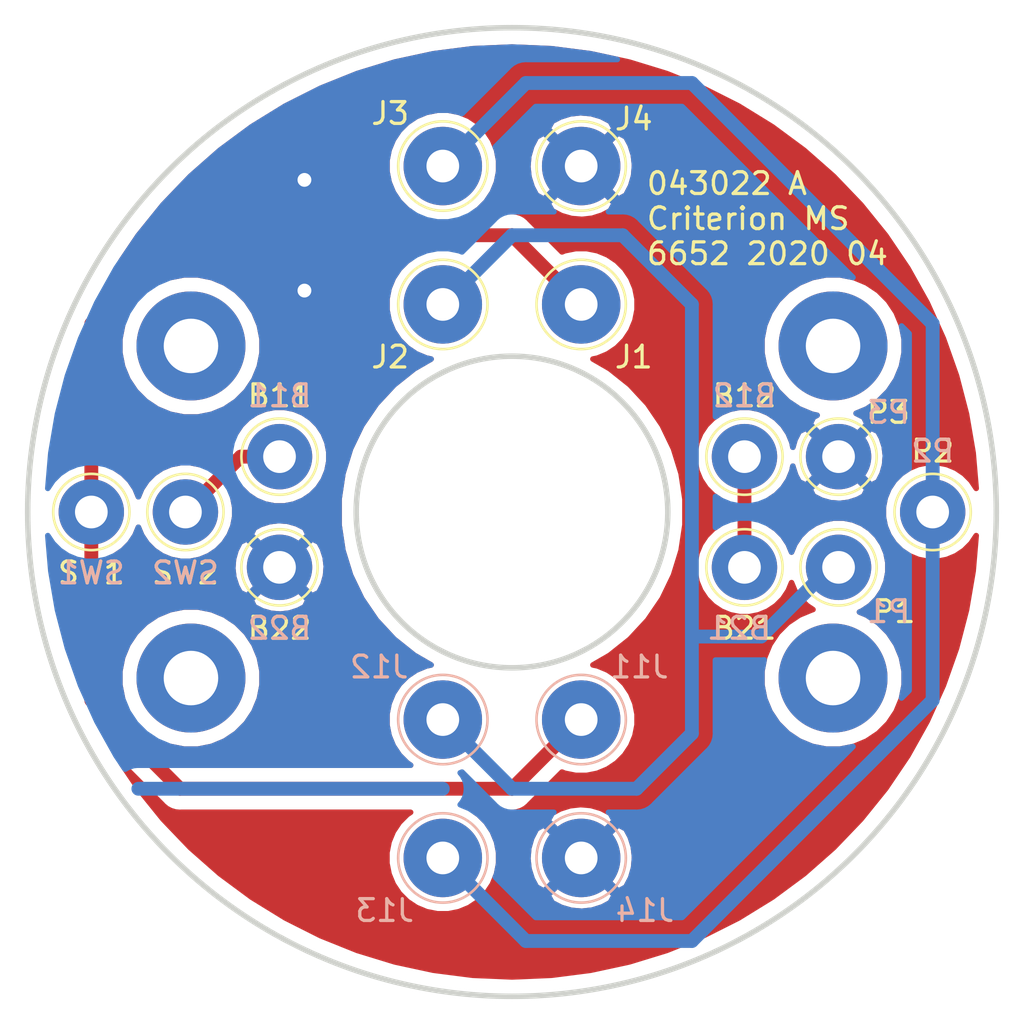
<source format=kicad_pcb>
(kicad_pcb (version 20171130) (host pcbnew 5.1.4+dfsg1-1)

  (general
    (thickness 1.6002)
    (drawings 17)
    (tracks 33)
    (zones 0)
    (modules 21)
    (nets 7)
  )

  (page A4)
  (title_block
    (title "IPSS Lower 043022")
    (date 2020-04-20)
    (rev A)
    (company Criterion)
    (comment 1 "Kevin Vermeer")
  )

  (layers
    (0 F.Cu signal)
    (31 B.Cu signal)
    (32 B.Adhes user)
    (33 F.Adhes user)
    (34 B.Paste user)
    (35 F.Paste user)
    (36 B.SilkS user)
    (37 F.SilkS user)
    (38 B.Mask user)
    (39 F.Mask user)
    (40 Dwgs.User user)
    (41 Cmts.User user)
    (42 Eco1.User user)
    (43 Eco2.User user)
    (44 Edge.Cuts user)
    (45 Margin user hide)
    (46 B.CrtYd user)
    (47 F.CrtYd user)
    (48 B.Fab user hide)
    (49 F.Fab user hide)
  )

  (setup
    (last_trace_width 0.254)
    (user_trace_width 0.1524)
    (user_trace_width 0.254)
    (user_trace_width 0.635)
    (trace_clearance 0.254)
    (zone_clearance 0.635)
    (zone_45_only no)
    (trace_min 0.1524)
    (via_size 0.635)
    (via_drill 0.381)
    (via_min_size 0.508)
    (via_min_drill 0.254)
    (user_via 0.508 0.254)
    (user_via 0.762 0.381)
    (user_via 1.27 0.635)
    (uvia_size 0.508)
    (uvia_drill 0.254)
    (uvias_allowed no)
    (uvia_min_size 0.508)
    (uvia_min_drill 0.254)
    (edge_width 0.05)
    (segment_width 0.2)
    (pcb_text_width 0.3)
    (pcb_text_size 1.5 1.5)
    (mod_edge_width 0.12)
    (mod_text_size 1 1)
    (mod_text_width 0.15)
    (pad_size 3.6 3.6)
    (pad_drill 1.5)
    (pad_to_mask_clearance 0.051)
    (solder_mask_min_width 0.25)
    (aux_axis_origin 152.4 101.6)
    (grid_origin 152.4 101.6)
    (visible_elements FFFFFF7F)
    (pcbplotparams
      (layerselection 0x010fc_ffffffff)
      (usegerberextensions false)
      (usegerberattributes false)
      (usegerberadvancedattributes false)
      (creategerberjobfile false)
      (excludeedgelayer true)
      (linewidth 0.100000)
      (plotframeref false)
      (viasonmask false)
      (mode 1)
      (useauxorigin false)
      (hpglpennumber 1)
      (hpglpenspeed 20)
      (hpglpendiameter 15.000000)
      (psnegative false)
      (psa4output false)
      (plotreference true)
      (plotvalue true)
      (plotinvisibletext false)
      (padsonsilk false)
      (subtractmaskfromsilk false)
      (outputformat 1)
      (mirror false)
      (drillshape 1)
      (scaleselection 1)
      (outputdirectory ""))
  )

  (net 0 "")
  (net 1 VBATT)
  (net 2 GND)
  (net 3 Prox_18V)
  (net 4 Prox_Signal)
  (net 5 /SW2_B11)
  (net 6 /B12_B21)

  (net_class Default "This is the default net class."
    (clearance 0.254)
    (trace_width 0.254)
    (via_dia 0.635)
    (via_drill 0.381)
    (uvia_dia 0.508)
    (uvia_drill 0.254)
    (diff_pair_width 0.254)
    (diff_pair_gap 0.254)
    (add_net /B12_B21)
    (add_net /SW2_B11)
    (add_net GND)
    (add_net Prox_18V)
    (add_net Prox_Signal)
    (add_net VBATT)
  )

  (net_class Minimum ""
    (clearance 0.1524)
    (trace_width 0.1524)
    (via_dia 0.508)
    (via_drill 0.254)
    (uvia_dia 0.508)
    (uvia_drill 0.254)
    (diff_pair_width 0.1524)
    (diff_pair_gap 0.1524)
  )

  (net_class Power ""
    (clearance 0.635)
    (trace_width 0.635)
    (via_dia 1.27)
    (via_drill 0.635)
    (uvia_dia 0.508)
    (uvia_drill 0.254)
    (diff_pair_width 0.635)
    (diff_pair_gap 0.635)
  )

  (module 0926-1-15-20-75-14-11-0:1946_or_S70-332 (layer B.Cu) (tedit 5E9E0C39) (tstamp 5E9E158B)
    (at 155.575 117.475)
    (descr "THT pad as test Point, diameter 3.0mm, hole diameter 1.5mm")
    (tags "test point THT pad")
    (path /5E9EE5E8)
    (attr virtual)
    (fp_text reference J14 (at 2.921 2.413) (layer B.SilkS)
      (effects (font (size 1 1) (thickness 0.15)) (justify mirror))
    )
    (fp_text value 0926-1-15-20-75-14-11-0 (at 0 -2.55) (layer B.Fab)
      (effects (font (size 1 1) (thickness 0.15)) (justify mirror))
    )
    (fp_text user %R (at 0 2.4) (layer B.Fab)
      (effects (font (size 1 1) (thickness 0.15)) (justify mirror))
    )
    (fp_circle (center 0 0) (end 2.2 0) (layer B.CrtYd) (width 0.05))
    (fp_circle (center 0 0) (end 2.05 0) (layer B.SilkS) (width 0.12))
    (pad 1 thru_hole circle (at 0 0) (size 3.6 3.6) (drill 1.5) (layers *.Cu *.Mask)
      (net 2 GND))
  )

  (module 0926-1-15-20-75-14-11-0:1946_or_S70-332 (layer B.Cu) (tedit 5E9E0C39) (tstamp 5E9E1583)
    (at 149.225 117.475)
    (descr "THT pad as test Point, diameter 3.0mm, hole diameter 1.5mm")
    (tags "test point THT pad")
    (path /5E9ED775)
    (attr virtual)
    (fp_text reference J13 (at -2.667 2.413) (layer B.SilkS)
      (effects (font (size 1 1) (thickness 0.15)) (justify mirror))
    )
    (fp_text value 0926-1-15-20-75-14-11-0 (at 0 -2.55) (layer B.Fab)
      (effects (font (size 1 1) (thickness 0.15)) (justify mirror))
    )
    (fp_text user %R (at 0 2.4) (layer B.Fab)
      (effects (font (size 1 1) (thickness 0.15)) (justify mirror))
    )
    (fp_circle (center 0 0) (end 2.2 0) (layer B.CrtYd) (width 0.05))
    (fp_circle (center 0 0) (end 2.05 0) (layer B.SilkS) (width 0.12))
    (pad 1 thru_hole circle (at 0 0) (size 3.6 3.6) (drill 1.5) (layers *.Cu *.Mask)
      (net 4 Prox_Signal))
  )

  (module 0926-1-15-20-75-14-11-0:1946_or_S70-332 (layer B.Cu) (tedit 5E9E0C39) (tstamp 5E9E3594)
    (at 149.225 111.125)
    (descr "THT pad as test Point, diameter 3.0mm, hole diameter 1.5mm")
    (tags "test point THT pad")
    (path /5E9ED262)
    (attr virtual)
    (fp_text reference J12 (at -2.921 -2.413) (layer B.SilkS)
      (effects (font (size 1 1) (thickness 0.15)) (justify mirror))
    )
    (fp_text value 0926-1-15-20-75-14-11-0 (at 0 -2.55) (layer B.Fab)
      (effects (font (size 1 1) (thickness 0.15)) (justify mirror))
    )
    (fp_text user %R (at 0 2.4) (layer B.Fab)
      (effects (font (size 1 1) (thickness 0.15)) (justify mirror))
    )
    (fp_circle (center 0 0) (end 2.2 0) (layer B.CrtYd) (width 0.05))
    (fp_circle (center 0 0) (end 2.05 0) (layer B.SilkS) (width 0.12))
    (pad 1 thru_hole circle (at 0 0) (size 3.6 3.6) (drill 1.5) (layers *.Cu *.Mask)
      (net 3 Prox_18V))
  )

  (module 0926-1-15-20-75-14-11-0:1946_or_S70-332 (layer B.Cu) (tedit 5E9E0C39) (tstamp 5E9E1573)
    (at 155.575 111.125)
    (descr "THT pad as test Point, diameter 3.0mm, hole diameter 1.5mm")
    (tags "test point THT pad")
    (path /5E9EC671)
    (attr virtual)
    (fp_text reference J11 (at 2.667 -2.413) (layer B.SilkS)
      (effects (font (size 1 1) (thickness 0.15)) (justify mirror))
    )
    (fp_text value 0926-1-15-20-75-14-11-0 (at 0 -2.55) (layer B.Fab)
      (effects (font (size 1 1) (thickness 0.15)) (justify mirror))
    )
    (fp_text user %R (at 0 2.4) (layer B.Fab)
      (effects (font (size 1 1) (thickness 0.15)) (justify mirror))
    )
    (fp_circle (center 0 0) (end 2.2 0) (layer B.CrtYd) (width 0.05))
    (fp_circle (center 0 0) (end 2.05 0) (layer B.SilkS) (width 0.12))
    (pad 1 thru_hole circle (at 0 0) (size 3.6 3.6) (drill 1.5) (layers *.Cu *.Mask)
      (net 1 VBATT))
  )

  (module 0926-1-15-20-75-14-11-0:1946_or_S70-332 (layer F.Cu) (tedit 5E9E0C39) (tstamp 5E9E0E9A)
    (at 155.575 85.725)
    (descr "THT pad as test Point, diameter 3.0mm, hole diameter 1.5mm")
    (tags "test point THT pad")
    (path /5EAFB1FA)
    (attr virtual)
    (fp_text reference J4 (at 2.413 -2.159) (layer F.SilkS)
      (effects (font (size 1 1) (thickness 0.15)))
    )
    (fp_text value 0926-1-15-20-75-14-11-0 (at 0 2.55) (layer F.Fab)
      (effects (font (size 1 1) (thickness 0.15)))
    )
    (fp_text user %R (at 0 -2.4) (layer F.Fab)
      (effects (font (size 1 1) (thickness 0.15)))
    )
    (fp_circle (center 0 0) (end 2.2 0) (layer F.CrtYd) (width 0.05))
    (fp_circle (center 0 0) (end 2.05 0) (layer F.SilkS) (width 0.12))
    (pad 1 thru_hole circle (at 0 0) (size 3.6 3.6) (drill 1.5) (layers *.Cu *.Mask)
      (net 2 GND))
  )

  (module 0926-1-15-20-75-14-11-0:1946_or_S70-332 (layer F.Cu) (tedit 5E9E0C39) (tstamp 5E97A2A9)
    (at 149.225 85.725)
    (descr "THT pad as test Point, diameter 3.0mm, hole diameter 1.5mm")
    (tags "test point THT pad")
    (path /5EAFAC1D)
    (attr virtual)
    (fp_text reference J3 (at -2.413 -2.413) (layer F.SilkS)
      (effects (font (size 1 1) (thickness 0.15)))
    )
    (fp_text value 0926-1-15-20-75-14-11-0 (at 0 2.55) (layer F.Fab)
      (effects (font (size 1 1) (thickness 0.15)))
    )
    (fp_text user %R (at 0 -2.4) (layer F.Fab)
      (effects (font (size 1 1) (thickness 0.15)))
    )
    (fp_circle (center 0 0) (end 2.2 0) (layer F.CrtYd) (width 0.05))
    (fp_circle (center 0 0) (end 2.05 0) (layer F.SilkS) (width 0.12))
    (pad 1 thru_hole circle (at 0 0) (size 3.6 3.6) (drill 1.5) (layers *.Cu *.Mask)
      (net 4 Prox_Signal))
  )

  (module 0926-1-15-20-75-14-11-0:1946_or_S70-332 (layer F.Cu) (tedit 5E9E0C39) (tstamp 5E973777)
    (at 149.225 92.075)
    (descr "THT pad as test Point, diameter 3.0mm, hole diameter 1.5mm")
    (tags "test point THT pad")
    (path /5EAFAA50)
    (attr virtual)
    (fp_text reference J2 (at -2.413 2.413) (layer F.SilkS)
      (effects (font (size 1 1) (thickness 0.15)))
    )
    (fp_text value 0926-1-15-20-75-14-11-0 (at 0 2.55) (layer F.Fab)
      (effects (font (size 1 1) (thickness 0.15)))
    )
    (fp_text user %R (at 0 -2.4) (layer F.Fab)
      (effects (font (size 1 1) (thickness 0.15)))
    )
    (fp_circle (center 0 0) (end 2.2 0) (layer F.CrtYd) (width 0.05))
    (fp_circle (center 0 0) (end 2.05 0) (layer F.SilkS) (width 0.12))
    (pad 1 thru_hole circle (at 0 0) (size 3.6 3.6) (drill 1.5) (layers *.Cu *.Mask)
      (net 3 Prox_18V))
  )

  (module 0926-1-15-20-75-14-11-0:1946_or_S70-332 (layer F.Cu) (tedit 5E9E0C39) (tstamp 5E97A299)
    (at 155.575 92.075)
    (descr "THT pad as test Point, diameter 3.0mm, hole diameter 1.5mm")
    (tags "test point THT pad")
    (path /5EAFA2F5)
    (attr virtual)
    (fp_text reference J1 (at 2.413 2.413) (layer F.SilkS)
      (effects (font (size 1 1) (thickness 0.15)))
    )
    (fp_text value 0926-1-15-20-75-14-11-0 (at 0 2.55) (layer F.Fab)
      (effects (font (size 1 1) (thickness 0.15)))
    )
    (fp_text user %R (at 0 -2.4) (layer F.Fab)
      (effects (font (size 1 1) (thickness 0.15)))
    )
    (fp_circle (center 0 0) (end 2.2 0) (layer F.CrtYd) (width 0.05))
    (fp_circle (center 0 0) (end 2.05 0) (layer F.SilkS) (width 0.12))
    (pad 1 thru_hole circle (at 0 0) (size 3.6 3.6) (drill 1.5) (layers *.Cu *.Mask)
      (net 1 VBATT))
  )

  (module TestPoint:TestPoint_THTPad_D3.0mm_Drill1.5mm (layer F.Cu) (tedit 5A0F774F) (tstamp 5E974CDA)
    (at 141.732 99.06)
    (descr "THT pad as test Point, diameter 3.0mm, hole diameter 1.5mm")
    (tags "test point THT pad")
    (path /5E97DB17)
    (attr virtual)
    (fp_text reference B11 (at 0 -2.794 180) (layer F.SilkS)
      (effects (font (size 1 1) (thickness 0.15)))
    )
    (fp_text value MountingHole_Pad (at 0 2.55) (layer F.Fab) hide
      (effects (font (size 1 1) (thickness 0.15)))
    )
    (fp_text user %R (at 1.905 -4.445) (layer F.Fab)
      (effects (font (size 1 1) (thickness 0.15)))
    )
    (fp_circle (center 0 0) (end 2 0) (layer F.CrtYd) (width 0.05))
    (fp_circle (center 0 0) (end 0 1.75) (layer F.SilkS) (width 0.12))
    (pad 1 thru_hole circle (at 0 0) (size 3 3) (drill 1.5) (layers *.Cu *.Mask)
      (net 5 /SW2_B11))
  )

  (module TestPoint:TestPoint_THTPad_D3.0mm_Drill1.5mm (layer F.Cu) (tedit 5A0F774F) (tstamp 5E9742A8)
    (at 167.386 99.06)
    (descr "THT pad as test Point, diameter 3.0mm, hole diameter 1.5mm")
    (tags "test point THT pad")
    (path /5E987223)
    (attr virtual)
    (fp_text reference P3 (at 2.286 -2.032 180) (layer F.SilkS)
      (effects (font (size 1 1) (thickness 0.15)))
    )
    (fp_text value MountingHole_Pad (at 0 2.55) (layer F.Fab) hide
      (effects (font (size 1 1) (thickness 0.15)))
    )
    (fp_circle (center 0 0) (end 0 1.75) (layer F.SilkS) (width 0.12))
    (fp_circle (center 0 0) (end 2 0) (layer F.CrtYd) (width 0.05))
    (fp_text user %R (at 0 -2.4) (layer F.Fab)
      (effects (font (size 1 1) (thickness 0.15)))
    )
    (pad 1 thru_hole circle (at 0 0) (size 3 3) (drill 1.5) (layers *.Cu *.Mask)
      (net 2 GND))
  )

  (module TestPoint:TestPoint_THTPad_D3.0mm_Drill1.5mm (layer F.Cu) (tedit 5A0F774F) (tstamp 5E9742A0)
    (at 171.704 101.6)
    (descr "THT pad as test Point, diameter 3.0mm, hole diameter 1.5mm")
    (tags "test point THT pad")
    (path /5E986E6E)
    (attr virtual)
    (fp_text reference P2 (at 0 -2.794 180) (layer F.SilkS)
      (effects (font (size 1 1) (thickness 0.15)))
    )
    (fp_text value MountingHole_Pad (at 0 2.55) (layer F.Fab) hide
      (effects (font (size 1 1) (thickness 0.15)))
    )
    (fp_circle (center 0 0) (end 0 1.75) (layer F.SilkS) (width 0.12))
    (fp_circle (center 0 0) (end 2 0) (layer F.CrtYd) (width 0.05))
    (fp_text user %R (at 0 -2.4) (layer F.Fab)
      (effects (font (size 1 1) (thickness 0.15)))
    )
    (pad 1 thru_hole circle (at 0 0) (size 3 3) (drill 1.5) (layers *.Cu *.Mask)
      (net 4 Prox_Signal))
  )

  (module TestPoint:TestPoint_THTPad_D3.0mm_Drill1.5mm (layer F.Cu) (tedit 5A0F774F) (tstamp 5E974E23)
    (at 167.386 104.14)
    (descr "THT pad as test Point, diameter 3.0mm, hole diameter 1.5mm")
    (tags "test point THT pad")
    (path /5E986E68)
    (attr virtual)
    (fp_text reference P1 (at 2.54 2.032 180) (layer F.SilkS)
      (effects (font (size 1 1) (thickness 0.15)))
    )
    (fp_text value MountingHole_Pad (at 0 2.55) (layer F.Fab) hide
      (effects (font (size 1 1) (thickness 0.15)))
    )
    (fp_circle (center 0 0) (end 0 1.75) (layer F.SilkS) (width 0.12))
    (fp_circle (center 0 0) (end 2 0) (layer F.CrtYd) (width 0.05))
    (fp_text user %R (at 0 -2.4) (layer F.Fab)
      (effects (font (size 1 1) (thickness 0.15)))
    )
    (pad 1 thru_hole circle (at 0 0) (size 3 3) (drill 1.5) (layers *.Cu *.Mask)
      (net 3 Prox_18V))
  )

  (module TestPoint:TestPoint_THTPad_D3.0mm_Drill1.5mm (layer F.Cu) (tedit 5A0F774F) (tstamp 5E974A3B)
    (at 141.732 104.14)
    (descr "THT pad as test Point, diameter 3.0mm, hole diameter 1.5mm")
    (tags "test point THT pad")
    (path /5E98603E)
    (attr virtual)
    (fp_text reference B22 (at 0 2.794 180) (layer F.SilkS)
      (effects (font (size 1 1) (thickness 0.15)))
    )
    (fp_text value MountingHole_Pad (at 0 2.55) (layer F.Fab) hide
      (effects (font (size 1 1) (thickness 0.15)))
    )
    (fp_circle (center 0 0) (end 0 1.75) (layer F.SilkS) (width 0.12))
    (fp_circle (center 0 0) (end 2 0) (layer F.CrtYd) (width 0.05))
    (fp_text user %R (at 0 -2.4) (layer F.Fab)
      (effects (font (size 1 1) (thickness 0.15)))
    )
    (pad 1 thru_hole circle (at 0 0) (size 3 3) (drill 1.5) (layers *.Cu *.Mask)
      (net 2 GND))
  )

  (module TestPoint:TestPoint_THTPad_D3.0mm_Drill1.5mm (layer F.Cu) (tedit 5A0F774F) (tstamp 5E974A50)
    (at 163.068 104.14)
    (descr "THT pad as test Point, diameter 3.0mm, hole diameter 1.5mm")
    (tags "test point THT pad")
    (path /5E986038)
    (attr virtual)
    (fp_text reference B21 (at 0 2.794 180) (layer F.SilkS)
      (effects (font (size 1 1) (thickness 0.15)))
    )
    (fp_text value MountingHole_Pad (at 0 2.55) (layer F.Fab) hide
      (effects (font (size 1 1) (thickness 0.15)))
    )
    (fp_circle (center 0 0) (end 0 1.75) (layer F.SilkS) (width 0.12))
    (fp_circle (center 0 0) (end 2 0) (layer F.CrtYd) (width 0.05))
    (fp_text user %R (at 0 -2.4) (layer F.Fab)
      (effects (font (size 1 1) (thickness 0.15)))
    )
    (pad 1 thru_hole circle (at 0 0) (size 3 3) (drill 1.5) (layers *.Cu *.Mask)
      (net 6 /B12_B21))
  )

  (module TestPoint:TestPoint_THTPad_D3.0mm_Drill1.5mm (layer F.Cu) (tedit 5A0F774F) (tstamp 5E974799)
    (at 163.068 99.06)
    (descr "THT pad as test Point, diameter 3.0mm, hole diameter 1.5mm")
    (tags "test point THT pad")
    (path /5E982BF0)
    (attr virtual)
    (fp_text reference B12 (at 0 -2.794 180) (layer F.SilkS)
      (effects (font (size 1 1) (thickness 0.15)))
    )
    (fp_text value MountingHole_Pad (at 0 2.55) (layer F.Fab) hide
      (effects (font (size 1 1) (thickness 0.15)))
    )
    (fp_circle (center 0 0) (end 0 1.75) (layer F.SilkS) (width 0.12))
    (fp_circle (center 0 0) (end 2 0) (layer F.CrtYd) (width 0.05))
    (fp_text user %R (at 0 -2.4) (layer F.Fab)
      (effects (font (size 1 1) (thickness 0.15)))
    )
    (pad 1 thru_hole circle (at 0 0) (size 3 3) (drill 1.5) (layers *.Cu *.Mask)
      (net 6 /B12_B21))
  )

  (module TestPoint:TestPoint_THTPad_D3.0mm_Drill1.5mm (layer F.Cu) (tedit 5A0F774F) (tstamp 5E974530)
    (at 137.414 101.6 90)
    (descr "THT pad as test Point, diameter 3.0mm, hole diameter 1.5mm")
    (tags "test point THT pad")
    (path /5E97D844)
    (attr virtual)
    (fp_text reference SW2 (at -2.794 0) (layer F.SilkS)
      (effects (font (size 1 1) (thickness 0.15)))
    )
    (fp_text value MountingHole_Pad (at 0 2.55 90) (layer F.Fab) hide
      (effects (font (size 1 1) (thickness 0.15)))
    )
    (fp_circle (center 0 0) (end 0 1.75) (layer F.SilkS) (width 0.12))
    (fp_circle (center 0 0) (end 2 0) (layer F.CrtYd) (width 0.05))
    (fp_text user %R (at 0 -2.4 90) (layer F.Fab)
      (effects (font (size 1 1) (thickness 0.15)))
    )
    (pad 1 thru_hole circle (at 0 0 90) (size 3 3) (drill 1.5) (layers *.Cu *.Mask)
      (net 5 /SW2_B11))
  )

  (module TestPoint:TestPoint_THTPad_D3.0mm_Drill1.5mm (layer F.Cu) (tedit 5A0F774F) (tstamp 5E9B96F5)
    (at 133.096 101.6 90)
    (descr "THT pad as test Point, diameter 3.0mm, hole diameter 1.5mm")
    (tags "test point THT pad")
    (path /5E97D1E1)
    (attr virtual)
    (fp_text reference SW1 (at -2.794 0) (layer F.SilkS)
      (effects (font (size 1 1) (thickness 0.15)))
    )
    (fp_text value MountingHole_Pad (at 0 2.55 90) (layer F.Fab) hide
      (effects (font (size 1 1) (thickness 0.15)))
    )
    (fp_circle (center 0 0) (end 0 1.75) (layer F.SilkS) (width 0.12))
    (fp_circle (center 0 0) (end 2 0) (layer F.CrtYd) (width 0.05))
    (fp_text user %R (at 0 -2.4 90) (layer F.Fab)
      (effects (font (size 1 1) (thickness 0.15)))
    )
    (pad 1 thru_hole circle (at 0 0 90) (size 3 3) (drill 1.5) (layers *.Cu *.Mask)
      (net 1 VBATT))
  )

  (module MountingHole:MountingHole_2.5mm_Pad (layer B.Cu) (tedit 56D1B4CB) (tstamp 5E97A281)
    (at 137.668 109.22)
    (descr "Mounting Hole 2.5mm")
    (tags "mounting hole 2.5mm")
    (path /5EB002A3)
    (attr virtual)
    (fp_text reference H2 (at 0 3.5) (layer B.SilkS) hide
      (effects (font (size 1 1) (thickness 0.15)) (justify mirror))
    )
    (fp_text value MountingHole (at 0 -3.5) (layer B.Fab) hide
      (effects (font (size 1 1) (thickness 0.15)) (justify mirror))
    )
    (fp_circle (center 0 0) (end 2.75 0) (layer B.CrtYd) (width 0.05))
    (fp_circle (center 0 0) (end 2.5 0) (layer Cmts.User) (width 0.15))
    (fp_text user %R (at 0.3 0) (layer B.Fab)
      (effects (font (size 1 1) (thickness 0.15)) (justify mirror))
    )
    (pad 1 thru_hole circle (at 0 0) (size 5 5) (drill 2.5) (layers *.Cu *.Mask))
  )

  (module MountingHole:MountingHole_2.5mm_Pad (layer B.Cu) (tedit 56D1B4CB) (tstamp 5E97A279)
    (at 137.668 93.98)
    (descr "Mounting Hole 2.5mm")
    (tags "mounting hole 2.5mm")
    (path /5EAFF0B7)
    (attr virtual)
    (fp_text reference H1 (at 0 3.5) (layer B.SilkS) hide
      (effects (font (size 1 1) (thickness 0.15)) (justify mirror))
    )
    (fp_text value MountingHole (at 0 -3.5) (layer B.Fab) hide
      (effects (font (size 1 1) (thickness 0.15)) (justify mirror))
    )
    (fp_circle (center 0 0) (end 2.75 0) (layer B.CrtYd) (width 0.05))
    (fp_circle (center 0 0) (end 2.5 0) (layer Cmts.User) (width 0.15))
    (fp_text user %R (at 0.3 0) (layer B.Fab)
      (effects (font (size 1 1) (thickness 0.15)) (justify mirror))
    )
    (pad 1 thru_hole circle (at 0 0) (size 5 5) (drill 2.5) (layers *.Cu *.Mask))
  )

  (module MountingHole:MountingHole_2.5mm_Pad (layer F.Cu) (tedit 56D1B4CB) (tstamp 5E97A291)
    (at 167.132 93.98)
    (descr "Mounting Hole 2.5mm")
    (tags "mounting hole 2.5mm")
    (path /5EB00615)
    (attr virtual)
    (fp_text reference H4 (at 0 -3.5) (layer F.SilkS) hide
      (effects (font (size 1 1) (thickness 0.15)))
    )
    (fp_text value MountingHole (at 0 3.5) (layer F.Fab) hide
      (effects (font (size 1 1) (thickness 0.15)))
    )
    (fp_circle (center 0 0) (end 2.75 0) (layer F.CrtYd) (width 0.05))
    (fp_circle (center 0 0) (end 2.5 0) (layer Cmts.User) (width 0.15))
    (fp_text user %R (at 0.3 0) (layer F.Fab)
      (effects (font (size 1 1) (thickness 0.15)))
    )
    (pad 1 thru_hole circle (at 0 0) (size 5 5) (drill 2.5) (layers *.Cu *.Mask))
  )

  (module MountingHole:MountingHole_2.5mm_Pad (layer F.Cu) (tedit 56D1B4CB) (tstamp 5E97A289)
    (at 167.132 109.22)
    (descr "Mounting Hole 2.5mm")
    (tags "mounting hole 2.5mm")
    (path /5EB004AC)
    (attr virtual)
    (fp_text reference H3 (at 0 -3.5) (layer F.SilkS) hide
      (effects (font (size 1 1) (thickness 0.15)))
    )
    (fp_text value MountingHole (at 0 3.5) (layer F.Fab) hide
      (effects (font (size 1 1) (thickness 0.15)))
    )
    (fp_circle (center 0 0) (end 2.75 0) (layer F.CrtYd) (width 0.05))
    (fp_circle (center 0 0) (end 2.5 0) (layer Cmts.User) (width 0.15))
    (fp_text user %R (at 0.3 0) (layer F.Fab)
      (effects (font (size 1 1) (thickness 0.15)))
    )
    (pad 1 thru_hole circle (at 0 0) (size 5 5) (drill 2.5) (layers *.Cu *.Mask))
  )

  (gr_line (start 135.255 114.3) (end 149.225 114.3) (layer B.Cu) (width 0.635))
  (gr_text P2 (at 171.704 98.806) (layer B.SilkS)
    (effects (font (size 1 1) (thickness 0.15)) (justify mirror))
  )
  (gr_text P3 (at 169.672 97.028) (layer B.SilkS)
    (effects (font (size 1 1) (thickness 0.15)) (justify mirror))
  )
  (gr_text P1 (at 169.672 106.172) (layer B.SilkS)
    (effects (font (size 1 1) (thickness 0.15)) (justify mirror))
  )
  (gr_text B21 (at 162.814 106.934) (layer B.SilkS)
    (effects (font (size 1 1) (thickness 0.15)) (justify mirror))
  )
  (gr_text B12 (at 163.068 96.266) (layer B.SilkS)
    (effects (font (size 1 1) (thickness 0.15)) (justify mirror))
  )
  (gr_text B11 (at 141.732 96.266) (layer B.SilkS)
    (effects (font (size 1 1) (thickness 0.15)) (justify mirror))
  )
  (gr_text B22 (at 141.732 106.934) (layer B.SilkS)
    (effects (font (size 1 1) (thickness 0.15)) (justify mirror))
  )
  (gr_text SW2 (at 137.414 104.394) (layer B.SilkS)
    (effects (font (size 1 1) (thickness 0.15)) (justify mirror))
  )
  (gr_text SW1 (at 133.096 104.394) (layer B.SilkS)
    (effects (font (size 1 1) (thickness 0.15)) (justify mirror))
  )
  (gr_text "043022 A\nCriterion MS\n6652 2020 04" (at 158.496 88.138) (layer F.SilkS)
    (effects (font (size 1 1) (thickness 0.15)) (justify left))
  )
  (gr_circle (center 152.4 101.6) (end 159.5501 101.6) (layer Edge.Cuts) (width 0.254) (tstamp 5E9E1621))
  (gr_circle (center 152.4 101.6) (end 174.625 101.6) (layer Edge.Cuts) (width 0.254))
  (gr_line (start 152.4 101.6) (end 154.94 101.6) (layer F.Fab) (width 0.12))
  (gr_line (start 152.4 101.6) (end 152.4 104.14) (layer F.Fab) (width 0.12))
  (gr_line (start 152.4 101.6) (end 149.86 101.6) (layer F.Fab) (width 0.12))
  (gr_line (start 152.4 101.6) (end 152.4 99.06) (layer F.Fab) (width 0.12))

  (segment (start 133.096 101.6) (end 133.096 92.964) (width 0.635) (layer F.Cu) (net 1))
  (segment (start 133.096 92.964) (end 137.16 88.9) (width 0.635) (layer F.Cu) (net 1))
  (segment (start 152.4 88.9) (end 155.575 92.075) (width 0.635) (layer F.Cu) (net 1))
  (segment (start 137.16 88.9) (end 152.4 88.9) (width 0.635) (layer F.Cu) (net 1))
  (segment (start 133.096 101.6) (end 133.096 110.236) (width 0.635) (layer F.Cu) (net 1))
  (segment (start 133.096 110.236) (end 137.16 114.3) (width 0.635) (layer F.Cu) (net 1))
  (segment (start 152.4 114.3) (end 155.575 111.125) (width 0.635) (layer F.Cu) (net 1))
  (segment (start 137.16 114.3) (end 152.4 114.3) (width 0.635) (layer F.Cu) (net 1))
  (via (at 142.875 86.36) (size 1.27) (drill 0.635) (layers F.Cu B.Cu) (net 2))
  (via (at 142.875 91.44) (size 1.27) (drill 0.635) (layers F.Cu B.Cu) (net 2))
  (segment (start 142.875 86.36) (end 142.875 91.44) (width 0.635) (layer B.Cu) (net 2))
  (segment (start 152.4 88.9) (end 149.225 92.075) (width 0.635) (layer B.Cu) (net 3))
  (segment (start 160.655 92.075) (end 157.48 88.9) (width 0.635) (layer B.Cu) (net 3))
  (segment (start 157.48 88.9) (end 152.4 88.9) (width 0.635) (layer B.Cu) (net 3))
  (segment (start 160.655 111.76) (end 158.115 114.3) (width 0.635) (layer B.Cu) (net 3))
  (segment (start 152.4 114.3) (end 149.225 111.125) (width 0.635) (layer B.Cu) (net 3))
  (segment (start 158.115 114.3) (end 152.4 114.3) (width 0.635) (layer B.Cu) (net 3))
  (segment (start 167.386 104.14) (end 167.005 104.14) (width 0.635) (layer B.Cu) (net 3))
  (segment (start 167.005 104.14) (end 163.83 107.315) (width 0.635) (layer B.Cu) (net 3))
  (segment (start 163.83 107.315) (end 160.655 107.315) (width 0.635) (layer B.Cu) (net 3))
  (segment (start 160.655 107.315) (end 160.655 111.76) (width 0.635) (layer B.Cu) (net 3))
  (segment (start 160.655 92.075) (end 160.655 107.315) (width 0.635) (layer B.Cu) (net 3))
  (segment (start 171.704 92.964) (end 171.704 101.6) (width 0.635) (layer B.Cu) (net 4))
  (segment (start 149.225 85.725) (end 153.035 81.915) (width 0.635) (layer B.Cu) (net 4))
  (segment (start 160.655 81.915) (end 171.704 92.964) (width 0.635) (layer B.Cu) (net 4))
  (segment (start 153.035 81.915) (end 160.655 81.915) (width 0.635) (layer B.Cu) (net 4))
  (segment (start 149.225 117.475) (end 153.035 121.285) (width 0.635) (layer B.Cu) (net 4))
  (segment (start 153.035 121.285) (end 160.655 121.285) (width 0.635) (layer B.Cu) (net 4))
  (segment (start 171.704 110.236) (end 171.704 101.6) (width 0.635) (layer B.Cu) (net 4))
  (segment (start 160.655 121.285) (end 171.704 110.236) (width 0.635) (layer B.Cu) (net 4))
  (segment (start 139.954 99.06) (end 137.414 101.6) (width 0.635) (layer F.Cu) (net 5))
  (segment (start 141.732 99.06) (end 139.954 99.06) (width 0.635) (layer F.Cu) (net 5))
  (segment (start 163.068 99.06) (end 163.068 104.14) (width 0.635) (layer F.Cu) (net 6))

  (zone (net 2) (net_name GND) (layer F.Cu) (tstamp 0) (hatch edge 0.508)
    (connect_pads (clearance 0.635))
    (min_thickness 0.254)
    (fill yes (arc_segments 32) (thermal_gap 0.508) (thermal_bridge_width 0.508))
    (polygon
      (pts
        (xy 175.26 101.6) (xy 175.26 78.74) (xy 129.54 78.74) (xy 129.54 124.46) (xy 175.26 124.46)
      )
    )
    (filled_polygon
      (pts
        (xy 154.209419 80.340863) (xy 156.005802 80.570899) (xy 157.776204 80.95245) (xy 159.507871 81.482767) (xy 161.188325 82.158029)
        (xy 162.805459 82.973371) (xy 164.347622 83.922918) (xy 165.803702 84.999829) (xy 167.163208 86.196345) (xy 168.416344 87.503844)
        (xy 169.554083 88.912907) (xy 170.568226 90.41338) (xy 171.451466 91.994453) (xy 172.19744 93.644734) (xy 172.800773 95.352333)
        (xy 173.257119 97.104947) (xy 173.563188 98.889948) (xy 173.701791 100.518412) (xy 173.46101 100.158059) (xy 173.145941 99.84299)
        (xy 172.775459 99.595441) (xy 172.363801 99.424927) (xy 171.926788 99.338) (xy 171.481212 99.338) (xy 171.044199 99.424927)
        (xy 170.632541 99.595441) (xy 170.262059 99.84299) (xy 169.94699 100.158059) (xy 169.699441 100.528541) (xy 169.528927 100.940199)
        (xy 169.442 101.377212) (xy 169.442 101.822788) (xy 169.528927 102.259801) (xy 169.699441 102.671459) (xy 169.94699 103.041941)
        (xy 170.262059 103.35701) (xy 170.632541 103.604559) (xy 171.044199 103.775073) (xy 171.481212 103.862) (xy 171.926788 103.862)
        (xy 172.363801 103.775073) (xy 172.775459 103.604559) (xy 173.145941 103.35701) (xy 173.46101 103.041941) (xy 173.701791 102.681588)
        (xy 173.563188 104.310052) (xy 173.257119 106.095053) (xy 172.800773 107.847667) (xy 172.19744 109.555266) (xy 171.451466 111.205547)
        (xy 170.568226 112.78662) (xy 169.554083 114.287093) (xy 168.416344 115.696156) (xy 167.163208 117.003655) (xy 165.803702 118.200171)
        (xy 164.347622 119.277082) (xy 162.805459 120.226629) (xy 161.188325 121.041971) (xy 159.507871 121.717233) (xy 157.776204 122.24755)
        (xy 156.005802 122.629101) (xy 154.209419 122.859137) (xy 152.4 122.936) (xy 150.590581 122.859137) (xy 148.794198 122.629101)
        (xy 147.023796 122.24755) (xy 145.292129 121.717233) (xy 143.611675 121.041971) (xy 141.994541 120.226629) (xy 140.452378 119.277082)
        (xy 138.996298 118.200171) (xy 137.636792 117.003655) (xy 136.383656 115.696156) (xy 135.245917 114.287093) (xy 134.464903 113.131546)
        (xy 136.359178 115.025821) (xy 136.392985 115.067015) (xy 136.55736 115.201914) (xy 136.744894 115.302153) (xy 136.948381 115.36388)
        (xy 137.16 115.384723) (xy 137.213029 115.3795) (xy 147.749659 115.3795) (xy 147.59182 115.484965) (xy 147.234965 115.84182)
        (xy 146.954585 116.261438) (xy 146.761457 116.727692) (xy 146.663 117.222665) (xy 146.663 117.727335) (xy 146.761457 118.222308)
        (xy 146.954585 118.688562) (xy 147.234965 119.10818) (xy 147.59182 119.465035) (xy 148.011438 119.745415) (xy 148.477692 119.938543)
        (xy 148.972665 120.037) (xy 149.477335 120.037) (xy 149.972308 119.938543) (xy 150.438562 119.745415) (xy 150.85818 119.465035)
        (xy 151.143023 119.180192) (xy 154.049414 119.180192) (xy 154.241502 119.526469) (xy 154.667346 119.747203) (xy 155.128071 119.880618)
        (xy 155.605971 119.921585) (xy 156.082681 119.868532) (xy 156.539881 119.723498) (xy 156.908498 119.526469) (xy 157.100586 119.180192)
        (xy 155.575 117.654605) (xy 154.049414 119.180192) (xy 151.143023 119.180192) (xy 151.215035 119.10818) (xy 151.495415 118.688562)
        (xy 151.688543 118.222308) (xy 151.787 117.727335) (xy 151.787 117.505971) (xy 153.128415 117.505971) (xy 153.181468 117.982681)
        (xy 153.326502 118.439881) (xy 153.523531 118.808498) (xy 153.869808 119.000586) (xy 155.395395 117.475) (xy 155.754605 117.475)
        (xy 157.280192 119.000586) (xy 157.626469 118.808498) (xy 157.847203 118.382654) (xy 157.980618 117.921929) (xy 158.021585 117.444029)
        (xy 157.968532 116.967319) (xy 157.823498 116.510119) (xy 157.626469 116.141502) (xy 157.280192 115.949414) (xy 155.754605 117.475)
        (xy 155.395395 117.475) (xy 153.869808 115.949414) (xy 153.523531 116.141502) (xy 153.302797 116.567346) (xy 153.169382 117.028071)
        (xy 153.128415 117.505971) (xy 151.787 117.505971) (xy 151.787 117.222665) (xy 151.688543 116.727692) (xy 151.495415 116.261438)
        (xy 151.215035 115.84182) (xy 151.143023 115.769808) (xy 154.049414 115.769808) (xy 155.575 117.295395) (xy 157.100586 115.769808)
        (xy 156.908498 115.423531) (xy 156.482654 115.202797) (xy 156.021929 115.069382) (xy 155.544029 115.028415) (xy 155.067319 115.081468)
        (xy 154.610119 115.226502) (xy 154.241502 115.423531) (xy 154.049414 115.769808) (xy 151.143023 115.769808) (xy 150.85818 115.484965)
        (xy 150.700341 115.3795) (xy 152.346971 115.3795) (xy 152.4 115.384723) (xy 152.453029 115.3795) (xy 152.611619 115.36388)
        (xy 152.815106 115.302153) (xy 153.00264 115.201914) (xy 153.167015 115.067015) (xy 153.200827 115.025815) (xy 154.69363 113.533013)
        (xy 154.827692 113.588543) (xy 155.322665 113.687) (xy 155.827335 113.687) (xy 156.322308 113.588543) (xy 156.788562 113.395415)
        (xy 157.20818 113.115035) (xy 157.565035 112.75818) (xy 157.845415 112.338562) (xy 158.038543 111.872308) (xy 158.137 111.377335)
        (xy 158.137 110.872665) (xy 158.038543 110.377692) (xy 157.845415 109.911438) (xy 157.565035 109.49182) (xy 157.20818 109.134965)
        (xy 156.788562 108.854585) (xy 156.322308 108.661457) (xy 156.11152 108.619528) (xy 156.882394 108.174465) (xy 157.812202 107.432967)
        (xy 158.621111 106.561171) (xy 159.291051 105.57855) (xy 159.807056 104.507055) (xy 160.157599 103.370621) (xy 160.33485 102.194635)
        (xy 160.33485 101.005365) (xy 160.157599 99.829379) (xy 159.851557 98.837212) (xy 160.806 98.837212) (xy 160.806 99.282788)
        (xy 160.892927 99.719801) (xy 161.063441 100.131459) (xy 161.31099 100.501941) (xy 161.626059 100.81701) (xy 161.9885 101.059186)
        (xy 161.988501 102.140813) (xy 161.626059 102.38299) (xy 161.31099 102.698059) (xy 161.063441 103.068541) (xy 160.892927 103.480199)
        (xy 160.806 103.917212) (xy 160.806 104.362788) (xy 160.892927 104.799801) (xy 161.063441 105.211459) (xy 161.31099 105.581941)
        (xy 161.626059 105.89701) (xy 161.996541 106.144559) (xy 162.408199 106.315073) (xy 162.845212 106.402) (xy 163.290788 106.402)
        (xy 163.727801 106.315073) (xy 164.139459 106.144559) (xy 164.509941 105.89701) (xy 164.82501 105.581941) (xy 165.072559 105.211459)
        (xy 165.227 104.838605) (xy 165.381441 105.211459) (xy 165.62899 105.581941) (xy 165.944059 105.89701) (xy 166.213211 106.076852)
        (xy 166.18051 106.083357) (xy 165.586864 106.329253) (xy 165.052596 106.686239) (xy 164.598239 107.140596) (xy 164.241253 107.674864)
        (xy 163.995357 108.26851) (xy 163.87 108.898721) (xy 163.87 109.541279) (xy 163.995357 110.17149) (xy 164.241253 110.765136)
        (xy 164.598239 111.299404) (xy 165.052596 111.753761) (xy 165.586864 112.110747) (xy 166.18051 112.356643) (xy 166.810721 112.482)
        (xy 167.453279 112.482) (xy 168.08349 112.356643) (xy 168.677136 112.110747) (xy 169.211404 111.753761) (xy 169.665761 111.299404)
        (xy 170.022747 110.765136) (xy 170.268643 110.17149) (xy 170.394 109.541279) (xy 170.394 108.898721) (xy 170.268643 108.26851)
        (xy 170.022747 107.674864) (xy 169.665761 107.140596) (xy 169.211404 106.686239) (xy 168.677136 106.329253) (xy 168.344352 106.191409)
        (xy 168.457459 106.144559) (xy 168.827941 105.89701) (xy 169.14301 105.581941) (xy 169.390559 105.211459) (xy 169.561073 104.799801)
        (xy 169.648 104.362788) (xy 169.648 103.917212) (xy 169.561073 103.480199) (xy 169.390559 103.068541) (xy 169.14301 102.698059)
        (xy 168.827941 102.38299) (xy 168.457459 102.135441) (xy 168.045801 101.964927) (xy 167.608788 101.878) (xy 167.163212 101.878)
        (xy 166.726199 101.964927) (xy 166.314541 102.135441) (xy 165.944059 102.38299) (xy 165.62899 102.698059) (xy 165.381441 103.068541)
        (xy 165.227 103.441395) (xy 165.072559 103.068541) (xy 164.82501 102.698059) (xy 164.509941 102.38299) (xy 164.1475 102.140814)
        (xy 164.1475 101.059186) (xy 164.509941 100.81701) (xy 164.775298 100.551653) (xy 166.073952 100.551653) (xy 166.229962 100.867214)
        (xy 166.604745 101.05802) (xy 167.009551 101.172044) (xy 167.428824 101.204902) (xy 167.846451 101.155334) (xy 168.246383 101.025243)
        (xy 168.542038 100.867214) (xy 168.698048 100.551653) (xy 167.386 99.239605) (xy 166.073952 100.551653) (xy 164.775298 100.551653)
        (xy 164.82501 100.501941) (xy 165.072559 100.131459) (xy 165.243073 99.719801) (xy 165.287699 99.495451) (xy 165.290666 99.520451)
        (xy 165.420757 99.920383) (xy 165.578786 100.216038) (xy 165.894347 100.372048) (xy 167.206395 99.06) (xy 167.565605 99.06)
        (xy 168.877653 100.372048) (xy 169.193214 100.216038) (xy 169.38402 99.841255) (xy 169.498044 99.436449) (xy 169.530902 99.017176)
        (xy 169.481334 98.599549) (xy 169.351243 98.199617) (xy 169.193214 97.903962) (xy 168.877653 97.747952) (xy 167.565605 99.06)
        (xy 167.206395 99.06) (xy 165.894347 97.747952) (xy 165.578786 97.903962) (xy 165.38798 98.278745) (xy 165.288889 98.630535)
        (xy 165.243073 98.400199) (xy 165.072559 97.988541) (xy 164.82501 97.618059) (xy 164.509941 97.30299) (xy 164.139459 97.055441)
        (xy 163.727801 96.884927) (xy 163.290788 96.798) (xy 162.845212 96.798) (xy 162.408199 96.884927) (xy 161.996541 97.055441)
        (xy 161.626059 97.30299) (xy 161.31099 97.618059) (xy 161.063441 97.988541) (xy 160.892927 98.400199) (xy 160.806 98.837212)
        (xy 159.851557 98.837212) (xy 159.807056 98.692945) (xy 159.291051 97.62145) (xy 158.621111 96.638829) (xy 157.812202 95.767033)
        (xy 156.882394 95.025535) (xy 156.11152 94.580472) (xy 156.322308 94.538543) (xy 156.788562 94.345415) (xy 157.20818 94.065035)
        (xy 157.565035 93.70818) (xy 157.598082 93.658721) (xy 163.87 93.658721) (xy 163.87 94.301279) (xy 163.995357 94.93149)
        (xy 164.241253 95.525136) (xy 164.598239 96.059404) (xy 165.052596 96.513761) (xy 165.586864 96.870747) (xy 166.18051 97.116643)
        (xy 166.402178 97.160736) (xy 166.229962 97.252786) (xy 166.073952 97.568347) (xy 167.386 98.880395) (xy 168.698048 97.568347)
        (xy 168.542038 97.252786) (xy 168.18888 97.072989) (xy 168.677136 96.870747) (xy 169.211404 96.513761) (xy 169.665761 96.059404)
        (xy 170.022747 95.525136) (xy 170.268643 94.93149) (xy 170.394 94.301279) (xy 170.394 93.658721) (xy 170.268643 93.02851)
        (xy 170.022747 92.434864) (xy 169.665761 91.900596) (xy 169.211404 91.446239) (xy 168.677136 91.089253) (xy 168.08349 90.843357)
        (xy 167.453279 90.718) (xy 166.810721 90.718) (xy 166.18051 90.843357) (xy 165.586864 91.089253) (xy 165.052596 91.446239)
        (xy 164.598239 91.900596) (xy 164.241253 92.434864) (xy 163.995357 93.02851) (xy 163.87 93.658721) (xy 157.598082 93.658721)
        (xy 157.845415 93.288562) (xy 158.038543 92.822308) (xy 158.137 92.327335) (xy 158.137 91.822665) (xy 158.038543 91.327692)
        (xy 157.845415 90.861438) (xy 157.565035 90.44182) (xy 157.20818 90.084965) (xy 156.788562 89.804585) (xy 156.322308 89.611457)
        (xy 155.827335 89.513) (xy 155.322665 89.513) (xy 154.827692 89.611457) (xy 154.69363 89.666987) (xy 153.200827 88.174185)
        (xy 153.167015 88.132985) (xy 153.00264 87.998086) (xy 152.815106 87.897847) (xy 152.611619 87.83612) (xy 152.453029 87.8205)
        (xy 152.4 87.815277) (xy 152.346971 87.8205) (xy 150.700341 87.8205) (xy 150.85818 87.715035) (xy 151.143023 87.430192)
        (xy 154.049414 87.430192) (xy 154.241502 87.776469) (xy 154.667346 87.997203) (xy 155.128071 88.130618) (xy 155.605971 88.171585)
        (xy 156.082681 88.118532) (xy 156.539881 87.973498) (xy 156.908498 87.776469) (xy 157.100586 87.430192) (xy 155.575 85.904605)
        (xy 154.049414 87.430192) (xy 151.143023 87.430192) (xy 151.215035 87.35818) (xy 151.495415 86.938562) (xy 151.688543 86.472308)
        (xy 151.787 85.977335) (xy 151.787 85.755971) (xy 153.128415 85.755971) (xy 153.181468 86.232681) (xy 153.326502 86.689881)
        (xy 153.523531 87.058498) (xy 153.869808 87.250586) (xy 155.395395 85.725) (xy 155.754605 85.725) (xy 157.280192 87.250586)
        (xy 157.626469 87.058498) (xy 157.847203 86.632654) (xy 157.980618 86.171929) (xy 158.021585 85.694029) (xy 157.968532 85.217319)
        (xy 157.823498 84.760119) (xy 157.626469 84.391502) (xy 157.280192 84.199414) (xy 155.754605 85.725) (xy 155.395395 85.725)
        (xy 153.869808 84.199414) (xy 153.523531 84.391502) (xy 153.302797 84.817346) (xy 153.169382 85.278071) (xy 153.128415 85.755971)
        (xy 151.787 85.755971) (xy 151.787 85.472665) (xy 151.688543 84.977692) (xy 151.495415 84.511438) (xy 151.215035 84.09182)
        (xy 151.143023 84.019808) (xy 154.049414 84.019808) (xy 155.575 85.545395) (xy 157.100586 84.019808) (xy 156.908498 83.673531)
        (xy 156.482654 83.452797) (xy 156.021929 83.319382) (xy 155.544029 83.278415) (xy 155.067319 83.331468) (xy 154.610119 83.476502)
        (xy 154.241502 83.673531) (xy 154.049414 84.019808) (xy 151.143023 84.019808) (xy 150.85818 83.734965) (xy 150.438562 83.454585)
        (xy 149.972308 83.261457) (xy 149.477335 83.163) (xy 148.972665 83.163) (xy 148.477692 83.261457) (xy 148.011438 83.454585)
        (xy 147.59182 83.734965) (xy 147.234965 84.09182) (xy 146.954585 84.511438) (xy 146.761457 84.977692) (xy 146.663 85.472665)
        (xy 146.663 85.977335) (xy 146.761457 86.472308) (xy 146.954585 86.938562) (xy 147.234965 87.35818) (xy 147.59182 87.715035)
        (xy 147.749659 87.8205) (xy 137.213029 87.8205) (xy 137.16 87.815277) (xy 137.106971 87.8205) (xy 136.948381 87.83612)
        (xy 136.744894 87.897847) (xy 136.55736 87.998086) (xy 136.392985 88.132985) (xy 136.359178 88.174179) (xy 134.464903 90.068454)
        (xy 135.245917 88.912907) (xy 136.383656 87.503844) (xy 137.636792 86.196345) (xy 138.996298 84.999829) (xy 140.452378 83.922918)
        (xy 141.994541 82.973371) (xy 143.611675 82.158029) (xy 145.292129 81.482767) (xy 147.023796 80.95245) (xy 148.794198 80.570899)
        (xy 150.590581 80.340863) (xy 152.4 80.264)
      )
    )
    (filled_polygon
      (pts
        (xy 147.59182 90.084965) (xy 147.234965 90.44182) (xy 146.954585 90.861438) (xy 146.761457 91.327692) (xy 146.663 91.822665)
        (xy 146.663 92.327335) (xy 146.761457 92.822308) (xy 146.954585 93.288562) (xy 147.234965 93.70818) (xy 147.59182 94.065035)
        (xy 148.011438 94.345415) (xy 148.477692 94.538543) (xy 148.68848 94.580472) (xy 147.917606 95.025535) (xy 146.987798 95.767033)
        (xy 146.178889 96.638829) (xy 145.508949 97.62145) (xy 144.992944 98.692945) (xy 144.642401 99.829379) (xy 144.46515 101.005365)
        (xy 144.46515 102.194635) (xy 144.642401 103.370621) (xy 144.992944 104.507055) (xy 145.508949 105.57855) (xy 146.178889 106.561171)
        (xy 146.987798 107.432967) (xy 147.917606 108.174465) (xy 148.68848 108.619528) (xy 148.477692 108.661457) (xy 148.011438 108.854585)
        (xy 147.59182 109.134965) (xy 147.234965 109.49182) (xy 146.954585 109.911438) (xy 146.761457 110.377692) (xy 146.663 110.872665)
        (xy 146.663 111.377335) (xy 146.761457 111.872308) (xy 146.954585 112.338562) (xy 147.234965 112.75818) (xy 147.59182 113.115035)
        (xy 147.749659 113.2205) (xy 137.607143 113.2205) (xy 136.749934 112.363292) (xy 137.346721 112.482) (xy 137.989279 112.482)
        (xy 138.61949 112.356643) (xy 139.213136 112.110747) (xy 139.747404 111.753761) (xy 140.201761 111.299404) (xy 140.558747 110.765136)
        (xy 140.804643 110.17149) (xy 140.93 109.541279) (xy 140.93 108.898721) (xy 140.804643 108.26851) (xy 140.558747 107.674864)
        (xy 140.201761 107.140596) (xy 139.747404 106.686239) (xy 139.213136 106.329253) (xy 138.61949 106.083357) (xy 137.989279 105.958)
        (xy 137.346721 105.958) (xy 136.71651 106.083357) (xy 136.122864 106.329253) (xy 135.588596 106.686239) (xy 135.134239 107.140596)
        (xy 134.777253 107.674864) (xy 134.531357 108.26851) (xy 134.406 108.898721) (xy 134.406 109.541279) (xy 134.524709 110.138066)
        (xy 134.1755 109.788858) (xy 134.1755 105.631653) (xy 140.419952 105.631653) (xy 140.575962 105.947214) (xy 140.950745 106.13802)
        (xy 141.355551 106.252044) (xy 141.774824 106.284902) (xy 142.192451 106.235334) (xy 142.592383 106.105243) (xy 142.888038 105.947214)
        (xy 143.044048 105.631653) (xy 141.732 104.319605) (xy 140.419952 105.631653) (xy 134.1755 105.631653) (xy 134.1755 104.182824)
        (xy 139.587098 104.182824) (xy 139.636666 104.600451) (xy 139.766757 105.000383) (xy 139.924786 105.296038) (xy 140.240347 105.452048)
        (xy 141.552395 104.14) (xy 141.911605 104.14) (xy 143.223653 105.452048) (xy 143.539214 105.296038) (xy 143.73002 104.921255)
        (xy 143.844044 104.516449) (xy 143.876902 104.097176) (xy 143.827334 103.679549) (xy 143.697243 103.279617) (xy 143.539214 102.983962)
        (xy 143.223653 102.827952) (xy 141.911605 104.14) (xy 141.552395 104.14) (xy 140.240347 102.827952) (xy 139.924786 102.983962)
        (xy 139.73398 103.358745) (xy 139.619956 103.763551) (xy 139.587098 104.182824) (xy 134.1755 104.182824) (xy 134.1755 103.599186)
        (xy 134.537941 103.35701) (xy 134.85301 103.041941) (xy 135.100559 102.671459) (xy 135.255 102.298605) (xy 135.409441 102.671459)
        (xy 135.65699 103.041941) (xy 135.972059 103.35701) (xy 136.342541 103.604559) (xy 136.754199 103.775073) (xy 137.191212 103.862)
        (xy 137.636788 103.862) (xy 138.073801 103.775073) (xy 138.485459 103.604559) (xy 138.855941 103.35701) (xy 139.17101 103.041941)
        (xy 139.418559 102.671459) (xy 139.428132 102.648347) (xy 140.419952 102.648347) (xy 141.732 103.960395) (xy 143.044048 102.648347)
        (xy 142.888038 102.332786) (xy 142.513255 102.14198) (xy 142.108449 102.027956) (xy 141.689176 101.995098) (xy 141.271549 102.044666)
        (xy 140.871617 102.174757) (xy 140.575962 102.332786) (xy 140.419952 102.648347) (xy 139.428132 102.648347) (xy 139.589073 102.259801)
        (xy 139.676 101.822788) (xy 139.676 101.377212) (xy 139.590959 100.949683) (xy 140.006846 100.533797) (xy 140.290059 100.81701)
        (xy 140.660541 101.064559) (xy 141.072199 101.235073) (xy 141.509212 101.322) (xy 141.954788 101.322) (xy 142.391801 101.235073)
        (xy 142.803459 101.064559) (xy 143.173941 100.81701) (xy 143.48901 100.501941) (xy 143.736559 100.131459) (xy 143.907073 99.719801)
        (xy 143.994 99.282788) (xy 143.994 98.837212) (xy 143.907073 98.400199) (xy 143.736559 97.988541) (xy 143.48901 97.618059)
        (xy 143.173941 97.30299) (xy 142.803459 97.055441) (xy 142.391801 96.884927) (xy 141.954788 96.798) (xy 141.509212 96.798)
        (xy 141.072199 96.884927) (xy 140.660541 97.055441) (xy 140.290059 97.30299) (xy 139.97499 97.618059) (xy 139.727441 97.988541)
        (xy 139.721704 98.002392) (xy 139.538894 98.057847) (xy 139.35136 98.158086) (xy 139.186985 98.292985) (xy 139.153178 98.334179)
        (xy 138.064317 99.423041) (xy 137.636788 99.338) (xy 137.191212 99.338) (xy 136.754199 99.424927) (xy 136.342541 99.595441)
        (xy 135.972059 99.84299) (xy 135.65699 100.158059) (xy 135.409441 100.528541) (xy 135.255 100.901395) (xy 135.100559 100.528541)
        (xy 134.85301 100.158059) (xy 134.537941 99.84299) (xy 134.1755 99.600814) (xy 134.1755 93.411142) (xy 134.524709 93.061934)
        (xy 134.406 93.658721) (xy 134.406 94.301279) (xy 134.531357 94.93149) (xy 134.777253 95.525136) (xy 135.134239 96.059404)
        (xy 135.588596 96.513761) (xy 136.122864 96.870747) (xy 136.71651 97.116643) (xy 137.346721 97.242) (xy 137.989279 97.242)
        (xy 138.61949 97.116643) (xy 139.213136 96.870747) (xy 139.747404 96.513761) (xy 140.201761 96.059404) (xy 140.558747 95.525136)
        (xy 140.804643 94.93149) (xy 140.93 94.301279) (xy 140.93 93.658721) (xy 140.804643 93.02851) (xy 140.558747 92.434864)
        (xy 140.201761 91.900596) (xy 139.747404 91.446239) (xy 139.213136 91.089253) (xy 138.61949 90.843357) (xy 137.989279 90.718)
        (xy 137.346721 90.718) (xy 136.749934 90.836708) (xy 137.607143 89.9795) (xy 147.749659 89.9795)
      )
    )
  )
  (zone (net 2) (net_name GND) (layer B.Cu) (tstamp 0) (hatch edge 0.508)
    (connect_pads (clearance 0.635))
    (min_thickness 0.254)
    (fill yes (arc_segments 32) (thermal_gap 0.508) (thermal_bridge_width 0.508))
    (polygon
      (pts
        (xy 175.895 125.095) (xy 175.895 78.105) (xy 128.905 78.105) (xy 128.905 125.095)
      )
    )
    (filled_polygon
      (pts
        (xy 163.87 108.898721) (xy 163.87 109.541279) (xy 163.995357 110.17149) (xy 164.241253 110.765136) (xy 164.598239 111.299404)
        (xy 165.052596 111.753761) (xy 165.586864 112.110747) (xy 166.18051 112.356643) (xy 166.810721 112.482) (xy 167.453279 112.482)
        (xy 168.050065 112.363292) (xy 160.207858 120.2055) (xy 153.482144 120.2055) (xy 152.456836 119.180192) (xy 154.049414 119.180192)
        (xy 154.241502 119.526469) (xy 154.667346 119.747203) (xy 155.128071 119.880618) (xy 155.605971 119.921585) (xy 156.082681 119.868532)
        (xy 156.539881 119.723498) (xy 156.908498 119.526469) (xy 157.100586 119.180192) (xy 155.575 117.654605) (xy 154.049414 119.180192)
        (xy 152.456836 119.180192) (xy 151.633013 118.35637) (xy 151.688543 118.222308) (xy 151.787 117.727335) (xy 151.787 117.505971)
        (xy 153.128415 117.505971) (xy 153.181468 117.982681) (xy 153.326502 118.439881) (xy 153.523531 118.808498) (xy 153.869808 119.000586)
        (xy 155.395395 117.475) (xy 155.754605 117.475) (xy 157.280192 119.000586) (xy 157.626469 118.808498) (xy 157.847203 118.382654)
        (xy 157.980618 117.921929) (xy 158.021585 117.444029) (xy 157.968532 116.967319) (xy 157.823498 116.510119) (xy 157.626469 116.141502)
        (xy 157.280192 115.949414) (xy 155.754605 117.475) (xy 155.395395 117.475) (xy 153.869808 115.949414) (xy 153.523531 116.141502)
        (xy 153.302797 116.567346) (xy 153.169382 117.028071) (xy 153.128415 117.505971) (xy 151.787 117.505971) (xy 151.787 117.222665)
        (xy 151.688543 116.727692) (xy 151.495415 116.261438) (xy 151.215035 115.84182) (xy 150.85818 115.484965) (xy 150.438562 115.204585)
        (xy 150.021043 115.031644) (xy 150.126914 114.90264) (xy 150.227153 114.715106) (xy 150.28888 114.511619) (xy 150.309723 114.3)
        (xy 150.28888 114.088381) (xy 150.227153 113.884894) (xy 150.126914 113.69736) (xy 150.021043 113.568356) (xy 150.10637 113.533013)
        (xy 151.599178 115.025821) (xy 151.632985 115.067015) (xy 151.79736 115.201914) (xy 151.984894 115.302153) (xy 152.188381 115.36388)
        (xy 152.346971 115.3795) (xy 152.346978 115.3795) (xy 152.399999 115.384722) (xy 152.453021 115.3795) (xy 154.323879 115.3795)
        (xy 154.241502 115.423531) (xy 154.049414 115.769808) (xy 155.575 117.295395) (xy 157.100586 115.769808) (xy 156.908498 115.423531)
        (xy 156.823553 115.3795) (xy 158.061971 115.3795) (xy 158.115 115.384723) (xy 158.168029 115.3795) (xy 158.326619 115.36388)
        (xy 158.530106 115.302153) (xy 158.71764 115.201914) (xy 158.882015 115.067015) (xy 158.915827 115.025815) (xy 161.380821 112.560822)
        (xy 161.422015 112.527015) (xy 161.556914 112.36264) (xy 161.657153 112.175106) (xy 161.71888 111.971619) (xy 161.7345 111.813029)
        (xy 161.7345 111.813022) (xy 161.739722 111.760001) (xy 161.7345 111.706979) (xy 161.7345 108.3945) (xy 163.776971 108.3945)
        (xy 163.83 108.399723) (xy 163.883029 108.3945) (xy 163.97204 108.385733)
      )
    )
    (filled_polygon
      (pts
        (xy 154.209419 80.340863) (xy 156.005802 80.570899) (xy 157.233554 80.8355) (xy 153.088029 80.8355) (xy 153.035 80.830277)
        (xy 152.981971 80.8355) (xy 152.823381 80.85112) (xy 152.619894 80.912847) (xy 152.43236 81.013086) (xy 152.267985 81.147985)
        (xy 152.234182 81.189174) (xy 150.10637 83.316987) (xy 149.972308 83.261457) (xy 149.477335 83.163) (xy 148.972665 83.163)
        (xy 148.477692 83.261457) (xy 148.011438 83.454585) (xy 147.59182 83.734965) (xy 147.234965 84.09182) (xy 146.954585 84.511438)
        (xy 146.761457 84.977692) (xy 146.663 85.472665) (xy 146.663 85.977335) (xy 146.761457 86.472308) (xy 146.954585 86.938562)
        (xy 147.234965 87.35818) (xy 147.59182 87.715035) (xy 148.011438 87.995415) (xy 148.477692 88.188543) (xy 148.972665 88.287)
        (xy 149.477335 88.287) (xy 149.972308 88.188543) (xy 150.438562 87.995415) (xy 150.85818 87.715035) (xy 151.215035 87.35818)
        (xy 151.495415 86.938562) (xy 151.688543 86.472308) (xy 151.787 85.977335) (xy 151.787 85.755971) (xy 153.128415 85.755971)
        (xy 153.181468 86.232681) (xy 153.326502 86.689881) (xy 153.523531 87.058498) (xy 153.869808 87.250586) (xy 155.395395 85.725)
        (xy 155.754605 85.725) (xy 157.280192 87.250586) (xy 157.626469 87.058498) (xy 157.847203 86.632654) (xy 157.980618 86.171929)
        (xy 158.021585 85.694029) (xy 157.968532 85.217319) (xy 157.823498 84.760119) (xy 157.626469 84.391502) (xy 157.280192 84.199414)
        (xy 155.754605 85.725) (xy 155.395395 85.725) (xy 153.869808 84.199414) (xy 153.523531 84.391502) (xy 153.302797 84.817346)
        (xy 153.169382 85.278071) (xy 153.128415 85.755971) (xy 151.787 85.755971) (xy 151.787 85.472665) (xy 151.688543 84.977692)
        (xy 151.633013 84.84363) (xy 152.456835 84.019808) (xy 154.049414 84.019808) (xy 155.575 85.545395) (xy 157.100586 84.019808)
        (xy 156.908498 83.673531) (xy 156.482654 83.452797) (xy 156.021929 83.319382) (xy 155.544029 83.278415) (xy 155.067319 83.331468)
        (xy 154.610119 83.476502) (xy 154.241502 83.673531) (xy 154.049414 84.019808) (xy 152.456835 84.019808) (xy 153.482144 82.9945)
        (xy 160.207858 82.9945) (xy 168.050065 90.836708) (xy 167.453279 90.718) (xy 166.810721 90.718) (xy 166.18051 90.843357)
        (xy 165.586864 91.089253) (xy 165.052596 91.446239) (xy 164.598239 91.900596) (xy 164.241253 92.434864) (xy 163.995357 93.02851)
        (xy 163.87 93.658721) (xy 163.87 94.301279) (xy 163.995357 94.93149) (xy 164.241253 95.525136) (xy 164.598239 96.059404)
        (xy 165.052596 96.513761) (xy 165.586864 96.870747) (xy 166.18051 97.116643) (xy 166.402178 97.160736) (xy 166.229962 97.252786)
        (xy 166.073952 97.568347) (xy 167.386 98.880395) (xy 168.698048 97.568347) (xy 168.542038 97.252786) (xy 168.18888 97.072989)
        (xy 168.677136 96.870747) (xy 169.211404 96.513761) (xy 169.665761 96.059404) (xy 170.022747 95.525136) (xy 170.268643 94.93149)
        (xy 170.394 94.301279) (xy 170.394 93.658721) (xy 170.275292 93.061936) (xy 170.6245 93.411144) (xy 170.624501 99.600813)
        (xy 170.262059 99.84299) (xy 169.94699 100.158059) (xy 169.699441 100.528541) (xy 169.528927 100.940199) (xy 169.442 101.377212)
        (xy 169.442 101.822788) (xy 169.528927 102.259801) (xy 169.699441 102.671459) (xy 169.94699 103.041941) (xy 170.262059 103.35701)
        (xy 170.624501 103.599187) (xy 170.6245 109.788856) (xy 170.275292 110.138064) (xy 170.394 109.541279) (xy 170.394 108.898721)
        (xy 170.268643 108.26851) (xy 170.022747 107.674864) (xy 169.665761 107.140596) (xy 169.211404 106.686239) (xy 168.677136 106.329253)
        (xy 168.344352 106.191409) (xy 168.457459 106.144559) (xy 168.827941 105.89701) (xy 169.14301 105.581941) (xy 169.390559 105.211459)
        (xy 169.561073 104.799801) (xy 169.648 104.362788) (xy 169.648 103.917212) (xy 169.561073 103.480199) (xy 169.390559 103.068541)
        (xy 169.14301 102.698059) (xy 168.827941 102.38299) (xy 168.457459 102.135441) (xy 168.045801 101.964927) (xy 167.608788 101.878)
        (xy 167.163212 101.878) (xy 166.726199 101.964927) (xy 166.314541 102.135441) (xy 165.944059 102.38299) (xy 165.62899 102.698059)
        (xy 165.381441 103.068541) (xy 165.227 103.441395) (xy 165.072559 103.068541) (xy 164.82501 102.698059) (xy 164.509941 102.38299)
        (xy 164.139459 102.135441) (xy 163.727801 101.964927) (xy 163.290788 101.878) (xy 162.845212 101.878) (xy 162.408199 101.964927)
        (xy 161.996541 102.135441) (xy 161.7345 102.310532) (xy 161.7345 100.889468) (xy 161.996541 101.064559) (xy 162.408199 101.235073)
        (xy 162.845212 101.322) (xy 163.290788 101.322) (xy 163.727801 101.235073) (xy 164.139459 101.064559) (xy 164.509941 100.81701)
        (xy 164.775298 100.551653) (xy 166.073952 100.551653) (xy 166.229962 100.867214) (xy 166.604745 101.05802) (xy 167.009551 101.172044)
        (xy 167.428824 101.204902) (xy 167.846451 101.155334) (xy 168.246383 101.025243) (xy 168.542038 100.867214) (xy 168.698048 100.551653)
        (xy 167.386 99.239605) (xy 166.073952 100.551653) (xy 164.775298 100.551653) (xy 164.82501 100.501941) (xy 165.072559 100.131459)
        (xy 165.243073 99.719801) (xy 165.287699 99.495451) (xy 165.290666 99.520451) (xy 165.420757 99.920383) (xy 165.578786 100.216038)
        (xy 165.894347 100.372048) (xy 167.206395 99.06) (xy 167.565605 99.06) (xy 168.877653 100.372048) (xy 169.193214 100.216038)
        (xy 169.38402 99.841255) (xy 169.498044 99.436449) (xy 169.530902 99.017176) (xy 169.481334 98.599549) (xy 169.351243 98.199617)
        (xy 169.193214 97.903962) (xy 168.877653 97.747952) (xy 167.565605 99.06) (xy 167.206395 99.06) (xy 165.894347 97.747952)
        (xy 165.578786 97.903962) (xy 165.38798 98.278745) (xy 165.288889 98.630535) (xy 165.243073 98.400199) (xy 165.072559 97.988541)
        (xy 164.82501 97.618059) (xy 164.509941 97.30299) (xy 164.139459 97.055441) (xy 163.727801 96.884927) (xy 163.290788 96.798)
        (xy 162.845212 96.798) (xy 162.408199 96.884927) (xy 161.996541 97.055441) (xy 161.7345 97.230532) (xy 161.7345 92.128021)
        (xy 161.739722 92.074999) (xy 161.7345 92.021978) (xy 161.7345 92.021971) (xy 161.71888 91.863381) (xy 161.657153 91.659894)
        (xy 161.556914 91.47236) (xy 161.422015 91.307985) (xy 161.380821 91.274178) (xy 158.280827 88.174185) (xy 158.247015 88.132985)
        (xy 158.08264 87.998086) (xy 157.895106 87.897847) (xy 157.691619 87.83612) (xy 157.533029 87.8205) (xy 157.48 87.815277)
        (xy 157.426971 87.8205) (xy 156.826121 87.8205) (xy 156.908498 87.776469) (xy 157.100586 87.430192) (xy 155.575 85.904605)
        (xy 154.049414 87.430192) (xy 154.241502 87.776469) (xy 154.326447 87.8205) (xy 152.453021 87.8205) (xy 152.399999 87.815278)
        (xy 152.346978 87.8205) (xy 152.346971 87.8205) (xy 152.188381 87.83612) (xy 151.984894 87.897847) (xy 151.79736 87.998086)
        (xy 151.632985 88.132985) (xy 151.599178 88.174179) (xy 150.10637 89.666987) (xy 149.972308 89.611457) (xy 149.477335 89.513)
        (xy 148.972665 89.513) (xy 148.477692 89.611457) (xy 148.011438 89.804585) (xy 147.59182 90.084965) (xy 147.234965 90.44182)
        (xy 146.954585 90.861438) (xy 146.761457 91.327692) (xy 146.663 91.822665) (xy 146.663 92.327335) (xy 146.761457 92.822308)
        (xy 146.954585 93.288562) (xy 147.234965 93.70818) (xy 147.59182 94.065035) (xy 148.011438 94.345415) (xy 148.477692 94.538543)
        (xy 148.68848 94.580472) (xy 147.917606 95.025535) (xy 146.987798 95.767033) (xy 146.178889 96.638829) (xy 145.508949 97.62145)
        (xy 144.992944 98.692945) (xy 144.642401 99.829379) (xy 144.46515 101.005365) (xy 144.46515 102.194635) (xy 144.642401 103.370621)
        (xy 144.992944 104.507055) (xy 145.508949 105.57855) (xy 146.178889 106.561171) (xy 146.987798 107.432967) (xy 147.917606 108.174465)
        (xy 148.68848 108.619528) (xy 148.477692 108.661457) (xy 148.011438 108.854585) (xy 147.59182 109.134965) (xy 147.234965 109.49182)
        (xy 146.954585 109.911438) (xy 146.761457 110.377692) (xy 146.663 110.872665) (xy 146.663 111.377335) (xy 146.761457 111.872308)
        (xy 146.954585 112.338562) (xy 147.234965 112.75818) (xy 147.59182 113.115035) (xy 147.749659 113.2205) (xy 135.201971 113.2205)
        (xy 135.043381 113.23612) (xy 134.839894 113.297847) (xy 134.65236 113.398086) (xy 134.64766 113.401943) (xy 134.231774 112.78662)
        (xy 133.348534 111.205547) (xy 132.60256 109.555266) (xy 132.370588 108.898721) (xy 134.406 108.898721) (xy 134.406 109.541279)
        (xy 134.531357 110.17149) (xy 134.777253 110.765136) (xy 135.134239 111.299404) (xy 135.588596 111.753761) (xy 136.122864 112.110747)
        (xy 136.71651 112.356643) (xy 137.346721 112.482) (xy 137.989279 112.482) (xy 138.61949 112.356643) (xy 139.213136 112.110747)
        (xy 139.747404 111.753761) (xy 140.201761 111.299404) (xy 140.558747 110.765136) (xy 140.804643 110.17149) (xy 140.93 109.541279)
        (xy 140.93 108.898721) (xy 140.804643 108.26851) (xy 140.558747 107.674864) (xy 140.201761 107.140596) (xy 139.747404 106.686239)
        (xy 139.213136 106.329253) (xy 138.61949 106.083357) (xy 137.989279 105.958) (xy 137.346721 105.958) (xy 136.71651 106.083357)
        (xy 136.122864 106.329253) (xy 135.588596 106.686239) (xy 135.134239 107.140596) (xy 134.777253 107.674864) (xy 134.531357 108.26851)
        (xy 134.406 108.898721) (xy 132.370588 108.898721) (xy 131.999227 107.847667) (xy 131.542881 106.095053) (xy 131.463424 105.631653)
        (xy 140.419952 105.631653) (xy 140.575962 105.947214) (xy 140.950745 106.13802) (xy 141.355551 106.252044) (xy 141.774824 106.284902)
        (xy 142.192451 106.235334) (xy 142.592383 106.105243) (xy 142.888038 105.947214) (xy 143.044048 105.631653) (xy 141.732 104.319605)
        (xy 140.419952 105.631653) (xy 131.463424 105.631653) (xy 131.236812 104.310052) (xy 131.225984 104.182824) (xy 139.587098 104.182824)
        (xy 139.636666 104.600451) (xy 139.766757 105.000383) (xy 139.924786 105.296038) (xy 140.240347 105.452048) (xy 141.552395 104.14)
        (xy 141.911605 104.14) (xy 143.223653 105.452048) (xy 143.539214 105.296038) (xy 143.73002 104.921255) (xy 143.844044 104.516449)
        (xy 143.876902 104.097176) (xy 143.827334 103.679549) (xy 143.697243 103.279617) (xy 143.539214 102.983962) (xy 143.223653 102.827952)
        (xy 141.911605 104.14) (xy 141.552395 104.14) (xy 140.240347 102.827952) (xy 139.924786 102.983962) (xy 139.73398 103.358745)
        (xy 139.619956 103.763551) (xy 139.587098 104.182824) (xy 131.225984 104.182824) (xy 131.098209 102.681588) (xy 131.33899 103.041941)
        (xy 131.654059 103.35701) (xy 132.024541 103.604559) (xy 132.436199 103.775073) (xy 132.873212 103.862) (xy 133.318788 103.862)
        (xy 133.755801 103.775073) (xy 134.167459 103.604559) (xy 134.537941 103.35701) (xy 134.85301 103.041941) (xy 135.100559 102.671459)
        (xy 135.255 102.298605) (xy 135.409441 102.671459) (xy 135.65699 103.041941) (xy 135.972059 103.35701) (xy 136.342541 103.604559)
        (xy 136.754199 103.775073) (xy 137.191212 103.862) (xy 137.636788 103.862) (xy 138.073801 103.775073) (xy 138.485459 103.604559)
        (xy 138.855941 103.35701) (xy 139.17101 103.041941) (xy 139.418559 102.671459) (xy 139.428132 102.648347) (xy 140.419952 102.648347)
        (xy 141.732 103.960395) (xy 143.044048 102.648347) (xy 142.888038 102.332786) (xy 142.513255 102.14198) (xy 142.108449 102.027956)
        (xy 141.689176 101.995098) (xy 141.271549 102.044666) (xy 140.871617 102.174757) (xy 140.575962 102.332786) (xy 140.419952 102.648347)
        (xy 139.428132 102.648347) (xy 139.589073 102.259801) (xy 139.676 101.822788) (xy 139.676 101.377212) (xy 139.589073 100.940199)
        (xy 139.418559 100.528541) (xy 139.17101 100.158059) (xy 138.855941 99.84299) (xy 138.485459 99.595441) (xy 138.073801 99.424927)
        (xy 137.636788 99.338) (xy 137.191212 99.338) (xy 136.754199 99.424927) (xy 136.342541 99.595441) (xy 135.972059 99.84299)
        (xy 135.65699 100.158059) (xy 135.409441 100.528541) (xy 135.255 100.901395) (xy 135.100559 100.528541) (xy 134.85301 100.158059)
        (xy 134.537941 99.84299) (xy 134.167459 99.595441) (xy 133.755801 99.424927) (xy 133.318788 99.338) (xy 132.873212 99.338)
        (xy 132.436199 99.424927) (xy 132.024541 99.595441) (xy 131.654059 99.84299) (xy 131.33899 100.158059) (xy 131.098209 100.518412)
        (xy 131.236812 98.889948) (xy 131.245854 98.837212) (xy 139.47 98.837212) (xy 139.47 99.282788) (xy 139.556927 99.719801)
        (xy 139.727441 100.131459) (xy 139.97499 100.501941) (xy 140.290059 100.81701) (xy 140.660541 101.064559) (xy 141.072199 101.235073)
        (xy 141.509212 101.322) (xy 141.954788 101.322) (xy 142.391801 101.235073) (xy 142.803459 101.064559) (xy 143.173941 100.81701)
        (xy 143.48901 100.501941) (xy 143.736559 100.131459) (xy 143.907073 99.719801) (xy 143.994 99.282788) (xy 143.994 98.837212)
        (xy 143.907073 98.400199) (xy 143.736559 97.988541) (xy 143.48901 97.618059) (xy 143.173941 97.30299) (xy 142.803459 97.055441)
        (xy 142.391801 96.884927) (xy 141.954788 96.798) (xy 141.509212 96.798) (xy 141.072199 96.884927) (xy 140.660541 97.055441)
        (xy 140.290059 97.30299) (xy 139.97499 97.618059) (xy 139.727441 97.988541) (xy 139.556927 98.400199) (xy 139.47 98.837212)
        (xy 131.245854 98.837212) (xy 131.542881 97.104947) (xy 131.999227 95.352333) (xy 132.597618 93.658721) (xy 134.406 93.658721)
        (xy 134.406 94.301279) (xy 134.531357 94.93149) (xy 134.777253 95.525136) (xy 135.134239 96.059404) (xy 135.588596 96.513761)
        (xy 136.122864 96.870747) (xy 136.71651 97.116643) (xy 137.346721 97.242) (xy 137.989279 97.242) (xy 138.61949 97.116643)
        (xy 139.213136 96.870747) (xy 139.747404 96.513761) (xy 140.201761 96.059404) (xy 140.558747 95.525136) (xy 140.804643 94.93149)
        (xy 140.93 94.301279) (xy 140.93 93.658721) (xy 140.804643 93.02851) (xy 140.558747 92.434864) (xy 140.201761 91.900596)
        (xy 139.747404 91.446239) (xy 139.213136 91.089253) (xy 138.61949 90.843357) (xy 137.989279 90.718) (xy 137.346721 90.718)
        (xy 136.71651 90.843357) (xy 136.122864 91.089253) (xy 135.588596 91.446239) (xy 135.134239 91.900596) (xy 134.777253 92.434864)
        (xy 134.531357 93.02851) (xy 134.406 93.658721) (xy 132.597618 93.658721) (xy 132.60256 93.644734) (xy 133.348534 91.994453)
        (xy 134.231774 90.41338) (xy 135.245917 88.912907) (xy 136.383656 87.503844) (xy 137.636792 86.196345) (xy 138.996298 84.999829)
        (xy 140.452378 83.922918) (xy 141.994541 82.973371) (xy 143.611675 82.158029) (xy 145.292129 81.482767) (xy 147.023796 80.95245)
        (xy 148.794198 80.570899) (xy 150.590581 80.340863) (xy 152.4 80.264)
      )
    )
  )
)

</source>
